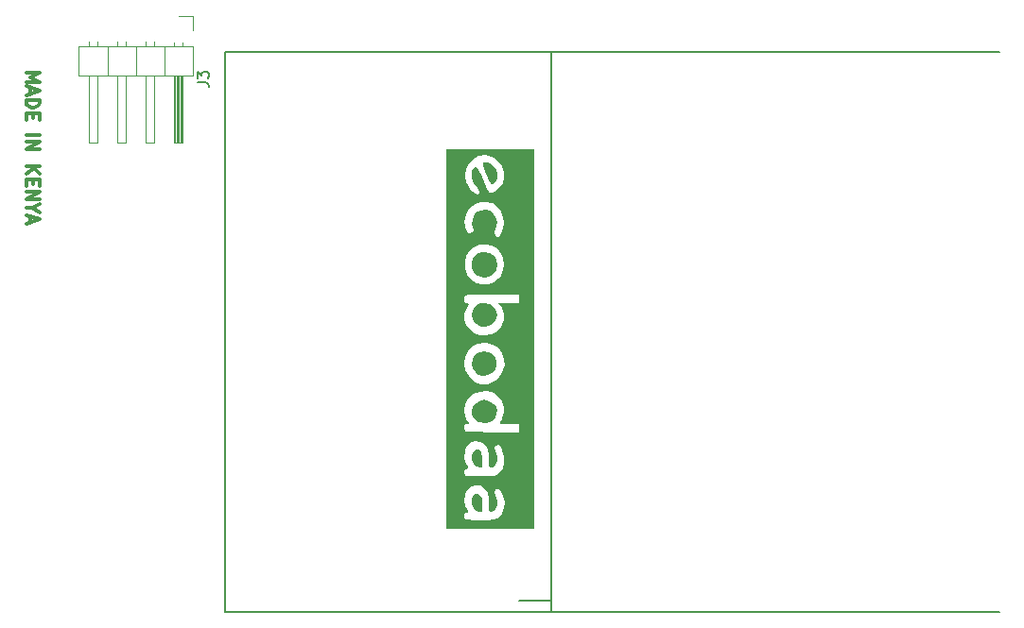
<source format=gbr>
G04 #@! TF.GenerationSoftware,KiCad,Pcbnew,7.0.10*
G04 #@! TF.CreationDate,2024-01-28T23:01:02+03:00*
G04 #@! TF.ProjectId,Eco_display,45636f5f-6469-4737-906c-61792e6b6963,rev?*
G04 #@! TF.SameCoordinates,Original*
G04 #@! TF.FileFunction,Legend,Top*
G04 #@! TF.FilePolarity,Positive*
%FSLAX46Y46*%
G04 Gerber Fmt 4.6, Leading zero omitted, Abs format (unit mm)*
G04 Created by KiCad (PCBNEW 7.0.10) date 2024-01-28 23:01:02*
%MOMM*%
%LPD*%
G01*
G04 APERTURE LIST*
%ADD10C,0.200000*%
%ADD11C,0.150000*%
%ADD12C,0.300000*%
%ADD13C,0.120000*%
%ADD14C,0.508000*%
G04 APERTURE END LIST*
D10*
X142581975Y-61984023D02*
X211881975Y-61984023D01*
D11*
X171800000Y-111200000D02*
X168900000Y-111200000D01*
D10*
X211881975Y-112204023D02*
X142581975Y-112204023D01*
X142581975Y-112204023D02*
X142581975Y-61984023D01*
D11*
X211881975Y-61984023D02*
X171800000Y-61984023D01*
X171800000Y-61984023D02*
X171800000Y-112200000D01*
X171800000Y-112200000D02*
X171800000Y-111200000D01*
D12*
X124762457Y-63883082D02*
X125962457Y-63883082D01*
X125962457Y-63883082D02*
X125105314Y-64283082D01*
X125105314Y-64283082D02*
X125962457Y-64683082D01*
X125962457Y-64683082D02*
X124762457Y-64683082D01*
X125105314Y-65197368D02*
X125105314Y-65768797D01*
X124762457Y-65083082D02*
X125962457Y-65483082D01*
X125962457Y-65483082D02*
X124762457Y-65883082D01*
X124762457Y-66283082D02*
X125962457Y-66283082D01*
X125962457Y-66283082D02*
X125962457Y-66568796D01*
X125962457Y-66568796D02*
X125905314Y-66740225D01*
X125905314Y-66740225D02*
X125791028Y-66854510D01*
X125791028Y-66854510D02*
X125676742Y-66911653D01*
X125676742Y-66911653D02*
X125448171Y-66968796D01*
X125448171Y-66968796D02*
X125276742Y-66968796D01*
X125276742Y-66968796D02*
X125048171Y-66911653D01*
X125048171Y-66911653D02*
X124933885Y-66854510D01*
X124933885Y-66854510D02*
X124819600Y-66740225D01*
X124819600Y-66740225D02*
X124762457Y-66568796D01*
X124762457Y-66568796D02*
X124762457Y-66283082D01*
X125391028Y-67483082D02*
X125391028Y-67883082D01*
X124762457Y-68054510D02*
X124762457Y-67483082D01*
X124762457Y-67483082D02*
X125962457Y-67483082D01*
X125962457Y-67483082D02*
X125962457Y-68054510D01*
X124762457Y-69483082D02*
X125962457Y-69483082D01*
X124762457Y-70054511D02*
X125962457Y-70054511D01*
X125962457Y-70054511D02*
X124762457Y-70740225D01*
X124762457Y-70740225D02*
X125962457Y-70740225D01*
X124762457Y-72225940D02*
X125962457Y-72225940D01*
X124762457Y-72911654D02*
X125448171Y-72397368D01*
X125962457Y-72911654D02*
X125276742Y-72225940D01*
X125391028Y-73425940D02*
X125391028Y-73825940D01*
X124762457Y-73997368D02*
X124762457Y-73425940D01*
X124762457Y-73425940D02*
X125962457Y-73425940D01*
X125962457Y-73425940D02*
X125962457Y-73997368D01*
X124762457Y-74511654D02*
X125962457Y-74511654D01*
X125962457Y-74511654D02*
X124762457Y-75197368D01*
X124762457Y-75197368D02*
X125962457Y-75197368D01*
X125333885Y-75997368D02*
X124762457Y-75997368D01*
X125962457Y-75597368D02*
X125333885Y-75997368D01*
X125333885Y-75997368D02*
X125962457Y-76397368D01*
X125105314Y-76740225D02*
X125105314Y-77311654D01*
X124762457Y-76625939D02*
X125962457Y-77025939D01*
X125962457Y-77025939D02*
X124762457Y-77425939D01*
D11*
X140114819Y-64743333D02*
X140829104Y-64743333D01*
X140829104Y-64743333D02*
X140971961Y-64790952D01*
X140971961Y-64790952D02*
X141067200Y-64886190D01*
X141067200Y-64886190D02*
X141114819Y-65029047D01*
X141114819Y-65029047D02*
X141114819Y-65124285D01*
X140114819Y-64362380D02*
X140114819Y-63743333D01*
X140114819Y-63743333D02*
X140495771Y-64076666D01*
X140495771Y-64076666D02*
X140495771Y-63933809D01*
X140495771Y-63933809D02*
X140543390Y-63838571D01*
X140543390Y-63838571D02*
X140591009Y-63790952D01*
X140591009Y-63790952D02*
X140686247Y-63743333D01*
X140686247Y-63743333D02*
X140924342Y-63743333D01*
X140924342Y-63743333D02*
X141019580Y-63790952D01*
X141019580Y-63790952D02*
X141067200Y-63838571D01*
X141067200Y-63838571D02*
X141114819Y-63933809D01*
X141114819Y-63933809D02*
X141114819Y-64219523D01*
X141114819Y-64219523D02*
X141067200Y-64314761D01*
X141067200Y-64314761D02*
X141019580Y-64362380D01*
G36*
X165319461Y-97665454D02*
G01*
X165489514Y-97892316D01*
X165596818Y-98308045D01*
X165622821Y-98566039D01*
X165643249Y-98950529D01*
X165632621Y-99165720D01*
X165575813Y-99260696D01*
X165457699Y-99284545D01*
X165401235Y-99285173D01*
X165090230Y-99188193D01*
X164845071Y-98939421D01*
X164690344Y-98602106D01*
X164650632Y-98239498D01*
X164750518Y-97914846D01*
X164829803Y-97814975D01*
X165096333Y-97636619D01*
X165319461Y-97665454D01*
G37*
G36*
X165247160Y-101615313D02*
G01*
X165471059Y-101756355D01*
X165589496Y-101994130D01*
X165640355Y-102414261D01*
X165643104Y-102577475D01*
X165636881Y-102939030D01*
X165604123Y-103133310D01*
X165523691Y-103211942D01*
X165377343Y-103226552D01*
X165081688Y-103128710D01*
X164847889Y-102875530D01*
X164701032Y-102527528D01*
X164666204Y-102145223D01*
X164768489Y-101789131D01*
X164776011Y-101775905D01*
X164979152Y-101610336D01*
X165247160Y-101615313D01*
G37*
G36*
X166259751Y-93298770D02*
G01*
X166384841Y-93367919D01*
X166756171Y-93700334D01*
X166929233Y-94090490D01*
X166897971Y-94506708D01*
X166676590Y-94893739D01*
X166288443Y-95203451D01*
X165833504Y-95311736D01*
X165345992Y-95211440D01*
X165285728Y-95184480D01*
X164901738Y-94901392D01*
X164698407Y-94529398D01*
X164684971Y-94113549D01*
X164870666Y-93698897D01*
X164958836Y-93589994D01*
X165357571Y-93286455D01*
X165802520Y-93187619D01*
X166259751Y-93298770D01*
G37*
G36*
X166313719Y-79994959D02*
G01*
X166686208Y-80246453D01*
X166904382Y-80641388D01*
X166954462Y-81020501D01*
X166860254Y-81518662D01*
X166608808Y-81896125D01*
X166238396Y-82130792D01*
X165787292Y-82200565D01*
X165293766Y-82083345D01*
X165195032Y-82036394D01*
X164868804Y-81756295D01*
X164685980Y-81365795D01*
X164653902Y-80926055D01*
X164779913Y-80498234D01*
X164977785Y-80226751D01*
X165238876Y-80014044D01*
X165521373Y-79922137D01*
X165807328Y-79906724D01*
X166313719Y-79994959D01*
G37*
G36*
X166250629Y-84617105D02*
G01*
X166586412Y-84822091D01*
X166827028Y-85122251D01*
X166930010Y-85501805D01*
X166888675Y-85838667D01*
X166678231Y-86222526D01*
X166336709Y-86488435D01*
X165922372Y-86620499D01*
X165493482Y-86602824D01*
X165108302Y-86419516D01*
X165026411Y-86346693D01*
X164794490Y-85988583D01*
X164700189Y-85564332D01*
X164758721Y-85162079D01*
X164805102Y-85064465D01*
X165096914Y-84730972D01*
X165463415Y-84555766D01*
X165862141Y-84523070D01*
X166250629Y-84617105D01*
G37*
G36*
X166202436Y-88897425D02*
G01*
X166561480Y-89109905D01*
X166817748Y-89458255D01*
X166885039Y-89654372D01*
X166903457Y-90114131D01*
X166750966Y-90506576D01*
X166470315Y-90807435D01*
X166104248Y-90992434D01*
X165695512Y-91037299D01*
X165286855Y-90917758D01*
X165016066Y-90715658D01*
X164803204Y-90379340D01*
X164699979Y-89960646D01*
X164728473Y-89564010D01*
X164756161Y-89486466D01*
X165017479Y-89115335D01*
X165379553Y-88896127D01*
X165791499Y-88824828D01*
X166202436Y-88897425D01*
G37*
G36*
X166444458Y-72047661D02*
G01*
X166655819Y-72224722D01*
X166874488Y-72547913D01*
X166970833Y-72950453D01*
X166940669Y-73353469D01*
X166779810Y-73678084D01*
X166735344Y-73723290D01*
X166598536Y-73828448D01*
X166486115Y-73842357D01*
X166374141Y-73738864D01*
X166238675Y-73491819D01*
X166055779Y-73075069D01*
X165983451Y-72901901D01*
X165801854Y-72460990D01*
X165697030Y-72180772D01*
X165661852Y-72019685D01*
X165689193Y-71936168D01*
X165771926Y-71888660D01*
X165807328Y-71874891D01*
X166098554Y-71865137D01*
X166444458Y-72047661D01*
G37*
G36*
X165955006Y-70710173D02*
G01*
X166300000Y-70710173D01*
X168927586Y-70710173D01*
X170241379Y-70710173D01*
X170241379Y-87734741D01*
X170241379Y-104759310D01*
X166300000Y-104759310D01*
X162358621Y-104759310D01*
X162358621Y-102239131D01*
X164015737Y-102239131D01*
X164110434Y-102703273D01*
X164165761Y-102828506D01*
X164300705Y-103127770D01*
X164306660Y-103284992D01*
X164183075Y-103335471D01*
X164157814Y-103336035D01*
X164033715Y-103406944D01*
X164020961Y-103637112D01*
X164055604Y-103938190D01*
X165152479Y-103969111D01*
X165675991Y-103973485D01*
X166167137Y-103959487D01*
X166551813Y-103929991D01*
X166684007Y-103909725D01*
X167107192Y-103721335D01*
X167409579Y-103380109D01*
X167579714Y-102922919D01*
X167606145Y-102386637D01*
X167477421Y-101808136D01*
X167397776Y-101611681D01*
X167201145Y-101276290D01*
X167006582Y-101153349D01*
X166802939Y-101236740D01*
X166770221Y-101267366D01*
X166710647Y-101426667D01*
X166778877Y-101696609D01*
X166803066Y-101756522D01*
X166930475Y-102218373D01*
X166930024Y-102639176D01*
X166813982Y-102974999D01*
X166594619Y-103181908D01*
X166392514Y-103226552D01*
X166273900Y-103194223D01*
X166212774Y-103063323D01*
X166191677Y-102782981D01*
X166190517Y-102638082D01*
X166164550Y-102025894D01*
X166078212Y-101577465D01*
X165918852Y-101242851D01*
X165799181Y-101093194D01*
X165458864Y-100870535D01*
X165055670Y-100819496D01*
X164649828Y-100930614D01*
X164301566Y-101194426D01*
X164188310Y-101346294D01*
X164042221Y-101752281D01*
X164015737Y-102239131D01*
X162358621Y-102239131D01*
X162358621Y-98297752D01*
X164015737Y-98297752D01*
X164110434Y-98761894D01*
X164165761Y-98887127D01*
X164300705Y-99186391D01*
X164306660Y-99343612D01*
X164183075Y-99394092D01*
X164157814Y-99394655D01*
X164033715Y-99465565D01*
X164020961Y-99695733D01*
X164055604Y-99996810D01*
X165055670Y-100020981D01*
X165326122Y-100027518D01*
X165860572Y-100030532D01*
X166339304Y-100015245D01*
X166705289Y-99984560D01*
X166886201Y-99948135D01*
X167233965Y-99706598D01*
X167471928Y-99316722D01*
X167589575Y-98825333D01*
X167576390Y-98279254D01*
X167421855Y-97725311D01*
X167397776Y-97670302D01*
X167201145Y-97334911D01*
X167006582Y-97211970D01*
X166802939Y-97295361D01*
X166770221Y-97325986D01*
X166710647Y-97485288D01*
X166778877Y-97755230D01*
X166803066Y-97815142D01*
X166930475Y-98276993D01*
X166930024Y-98697797D01*
X166813982Y-99033620D01*
X166594619Y-99240529D01*
X166392514Y-99285173D01*
X166273900Y-99252844D01*
X166212774Y-99121944D01*
X166191677Y-98841601D01*
X166190517Y-98696703D01*
X166164550Y-98084515D01*
X166078212Y-97636086D01*
X165918852Y-97301472D01*
X165799181Y-97151815D01*
X165458864Y-96929155D01*
X165055670Y-96878116D01*
X164649828Y-96989235D01*
X164301566Y-97253047D01*
X164188310Y-97404915D01*
X164042221Y-97810902D01*
X164015737Y-98297752D01*
X162358621Y-98297752D01*
X162358621Y-95529602D01*
X164012228Y-95529602D01*
X164021296Y-95699612D01*
X164055604Y-96055431D01*
X165055670Y-96067527D01*
X166491595Y-96084896D01*
X168927586Y-96114362D01*
X168927586Y-95729077D01*
X168927586Y-95343793D01*
X168051724Y-95343793D01*
X167644953Y-95338211D01*
X167338653Y-95323378D01*
X167184643Y-95302161D01*
X167175862Y-95295310D01*
X167226384Y-95179601D01*
X167352914Y-94948155D01*
X167408517Y-94852506D01*
X167591266Y-94342916D01*
X167574912Y-93808576D01*
X167370041Y-93287807D01*
X166987234Y-92818928D01*
X166805250Y-92668230D01*
X166439969Y-92504700D01*
X165961631Y-92432240D01*
X165456244Y-92450709D01*
X165009813Y-92559964D01*
X164802641Y-92671532D01*
X164341537Y-93108519D01*
X164085764Y-93594317D01*
X164023038Y-94153459D01*
X164027348Y-94219898D01*
X164090448Y-94604353D01*
X164198099Y-94907398D01*
X164256065Y-94994898D01*
X164414648Y-95207908D01*
X164393353Y-95316068D01*
X164212891Y-95343793D01*
X164059286Y-95379946D01*
X164012228Y-95529602D01*
X162358621Y-95529602D01*
X162358621Y-89906832D01*
X164004313Y-89906832D01*
X164107088Y-90516601D01*
X164227596Y-90816305D01*
X164569388Y-91297112D01*
X165025670Y-91621315D01*
X165551267Y-91781654D01*
X165961631Y-91773602D01*
X166101003Y-91770867D01*
X166629704Y-91581695D01*
X167036137Y-91267676D01*
X167426462Y-90727548D01*
X167602956Y-90143482D01*
X167564118Y-89525030D01*
X167387060Y-89032488D01*
X167037136Y-88536769D01*
X166557962Y-88215342D01*
X165962884Y-88076329D01*
X165807328Y-88071010D01*
X165201102Y-88166442D01*
X164698699Y-88430739D01*
X164319107Y-88830903D01*
X164081316Y-89333933D01*
X164004313Y-89906832D01*
X162358621Y-89906832D01*
X162358621Y-87734741D01*
X162358621Y-84194799D01*
X164000862Y-84194799D01*
X164039923Y-84426932D01*
X164182255Y-84503586D01*
X164219828Y-84505000D01*
X164379652Y-84517149D01*
X164421626Y-84585240D01*
X164345790Y-84756737D01*
X164220237Y-84967656D01*
X164020775Y-85478158D01*
X164014823Y-85990546D01*
X164179946Y-86470458D01*
X164493708Y-86883533D01*
X164933676Y-87195409D01*
X165477414Y-87371725D01*
X165807328Y-87398473D01*
X166439044Y-87306135D01*
X166955371Y-87042403D01*
X167333380Y-86627201D01*
X167550141Y-86080454D01*
X167584375Y-85854319D01*
X167592128Y-85470403D01*
X167507376Y-85172965D01*
X167353421Y-84915560D01*
X167072978Y-84505000D01*
X168000282Y-84505000D01*
X168927586Y-84505000D01*
X168927586Y-84121810D01*
X168927586Y-83738621D01*
X166537213Y-83738621D01*
X165834838Y-83741825D01*
X165207379Y-83750794D01*
X164687495Y-83764558D01*
X164307843Y-83782151D01*
X164101082Y-83802605D01*
X164073851Y-83811609D01*
X164020370Y-83964743D01*
X164000862Y-84194799D01*
X162358621Y-84194799D01*
X162358621Y-80818910D01*
X164065027Y-80818910D01*
X164086252Y-81408933D01*
X164266161Y-81970160D01*
X164278889Y-81995250D01*
X164616021Y-82433444D01*
X165065074Y-82718759D01*
X165580583Y-82850550D01*
X166117083Y-82828171D01*
X166629109Y-82650979D01*
X167071195Y-82318328D01*
X167287647Y-82037914D01*
X167464734Y-81580622D01*
X167524335Y-81033562D01*
X167465137Y-80491338D01*
X167314617Y-80094825D01*
X166938501Y-79647665D01*
X166455711Y-79361829D01*
X165912454Y-79241883D01*
X165354937Y-79292395D01*
X164829369Y-79517930D01*
X164475087Y-79814210D01*
X164196600Y-80265524D01*
X164065027Y-80818910D01*
X162358621Y-80818910D01*
X162358621Y-77245664D01*
X164015380Y-77245664D01*
X164069144Y-77567587D01*
X164113683Y-77735679D01*
X164247187Y-78080437D01*
X164420897Y-78375500D01*
X164434457Y-78392575D01*
X164593485Y-78560501D01*
X164709577Y-78566722D01*
X164824770Y-78469688D01*
X164935564Y-78333942D01*
X164938023Y-78191520D01*
X164831332Y-77954176D01*
X164819807Y-77931827D01*
X164684603Y-77456503D01*
X164727621Y-76962479D01*
X164938106Y-76525536D01*
X165035259Y-76413942D01*
X165411028Y-76180049D01*
X165853582Y-76113518D01*
X165912454Y-76127166D01*
X166288512Y-76214348D01*
X166579396Y-76413942D01*
X166825765Y-76786464D01*
X166936496Y-77229614D01*
X166899556Y-77662292D01*
X166798188Y-77888241D01*
X166678043Y-78099523D01*
X166687728Y-78239265D01*
X166801051Y-78383224D01*
X166978281Y-78551009D01*
X167107698Y-78556160D01*
X167249536Y-78384690D01*
X167324301Y-78261723D01*
X167472893Y-77841856D01*
X167519770Y-77317886D01*
X167465552Y-76779290D01*
X167310856Y-76315550D01*
X166971650Y-75881413D01*
X166503237Y-75584112D01*
X165959898Y-75440993D01*
X165395915Y-75469402D01*
X165040077Y-75589907D01*
X164606243Y-75865230D01*
X164311577Y-76240220D01*
X164159482Y-76587623D01*
X164043944Y-76957838D01*
X164015380Y-77245664D01*
X162358621Y-77245664D01*
X162358621Y-73090529D01*
X164074182Y-73090529D01*
X164194409Y-73717344D01*
X164297525Y-73970262D01*
X164500051Y-74286838D01*
X164765000Y-74560219D01*
X165028685Y-74731569D01*
X165153482Y-74761035D01*
X165324494Y-74684601D01*
X165363235Y-74500539D01*
X165268398Y-74276703D01*
X165164948Y-74166343D01*
X164824011Y-73772202D01*
X164671866Y-73302596D01*
X164657759Y-73064052D01*
X164703371Y-72663743D01*
X164825255Y-72374410D01*
X165000982Y-72245404D01*
X165030954Y-72242931D01*
X165130672Y-72339218D01*
X165287865Y-72603537D01*
X165482650Y-72999074D01*
X165666631Y-73419871D01*
X165872532Y-73886504D01*
X165959898Y-74061201D01*
X166064949Y-74271260D01*
X166221497Y-74532458D01*
X166315518Y-74628000D01*
X166549473Y-74581974D01*
X166847151Y-74405180D01*
X167145945Y-74145698D01*
X167383249Y-73851611D01*
X167428141Y-73773507D01*
X167571567Y-73282241D01*
X167540695Y-72761604D01*
X167361800Y-72256461D01*
X167061158Y-71811678D01*
X166665047Y-71472120D01*
X166199741Y-71282653D01*
X165955006Y-71258197D01*
X165308152Y-71352532D01*
X164778572Y-71612502D01*
X164384335Y-72008538D01*
X164143515Y-72511070D01*
X164074182Y-73090529D01*
X162358621Y-73090529D01*
X162358621Y-70710173D01*
X165955006Y-70710173D01*
G37*
D13*
X139660000Y-58755000D02*
X139660000Y-60025000D01*
X138390000Y-58755000D02*
X139660000Y-58755000D01*
X136230000Y-61067929D02*
X136230000Y-61465000D01*
X135470000Y-61067929D02*
X135470000Y-61465000D01*
X133690000Y-61067929D02*
X133690000Y-61465000D01*
X132930000Y-61067929D02*
X132930000Y-61465000D01*
X131150000Y-61067929D02*
X131150000Y-61465000D01*
X130390000Y-61067929D02*
X130390000Y-61465000D01*
X138770000Y-61135000D02*
X138770000Y-61465000D01*
X138010000Y-61135000D02*
X138010000Y-61465000D01*
X139720000Y-61465000D02*
X129440000Y-61465000D01*
X137120000Y-61465000D02*
X137120000Y-64125000D01*
X134580000Y-61465000D02*
X134580000Y-64125000D01*
X132040000Y-61465000D02*
X132040000Y-64125000D01*
X129440000Y-61465000D02*
X129440000Y-64125000D01*
X139720000Y-64125000D02*
X139720000Y-61465000D01*
X138770000Y-64125000D02*
X138770000Y-70125000D01*
X138710000Y-64125000D02*
X138710000Y-70125000D01*
X138590000Y-64125000D02*
X138590000Y-70125000D01*
X138470000Y-64125000D02*
X138470000Y-70125000D01*
X138350000Y-64125000D02*
X138350000Y-70125000D01*
X138230000Y-64125000D02*
X138230000Y-70125000D01*
X138110000Y-64125000D02*
X138110000Y-70125000D01*
X136230000Y-64125000D02*
X136230000Y-70125000D01*
X133690000Y-64125000D02*
X133690000Y-70125000D01*
X131150000Y-64125000D02*
X131150000Y-70125000D01*
X129440000Y-64125000D02*
X139720000Y-64125000D01*
X138770000Y-70125000D02*
X138010000Y-70125000D01*
X138010000Y-70125000D02*
X138010000Y-64125000D01*
X136230000Y-70125000D02*
X135470000Y-70125000D01*
X135470000Y-70125000D02*
X135470000Y-64125000D01*
X133690000Y-70125000D02*
X132930000Y-70125000D01*
X132930000Y-70125000D02*
X132930000Y-64125000D01*
X131150000Y-70125000D02*
X130390000Y-70125000D01*
X130390000Y-70125000D02*
X130390000Y-64125000D01*
D14*
X164900000Y-79078804D02*
G75*
G03*
X164900000Y-78316804I0J381000D01*
G01*
X164900000Y-78316804D02*
G75*
G03*
X164900000Y-79078804I0J-381000D01*
G01*
M02*

</source>
